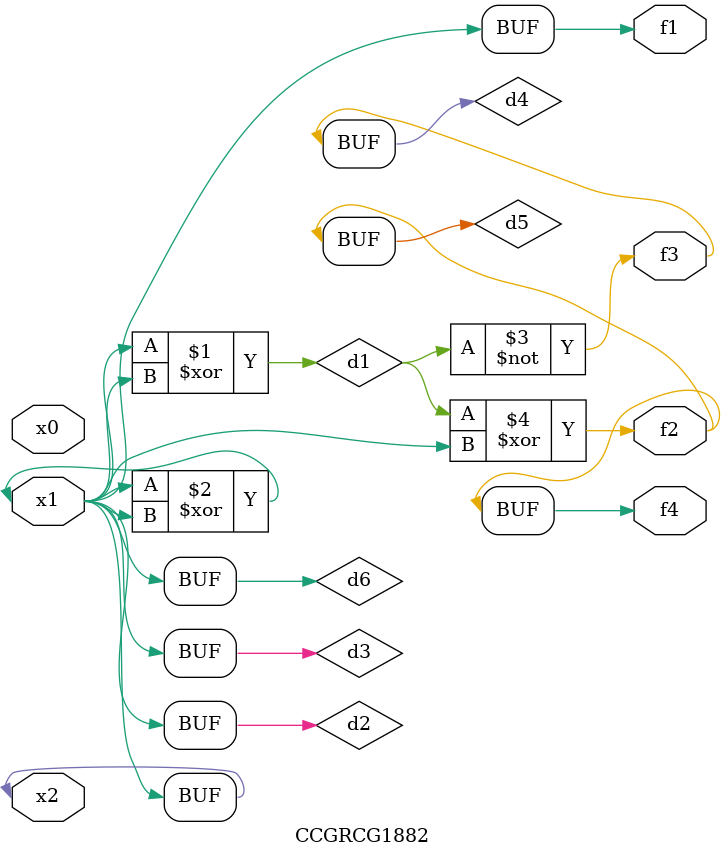
<source format=v>
module CCGRCG1882(
	input x0, x1, x2,
	output f1, f2, f3, f4
);

	wire d1, d2, d3, d4, d5, d6;

	xor (d1, x1, x2);
	buf (d2, x1, x2);
	xor (d3, x1, x2);
	nor (d4, d1);
	xor (d5, d1, d2);
	buf (d6, d2, d3);
	assign f1 = d6;
	assign f2 = d5;
	assign f3 = d4;
	assign f4 = d5;
endmodule

</source>
